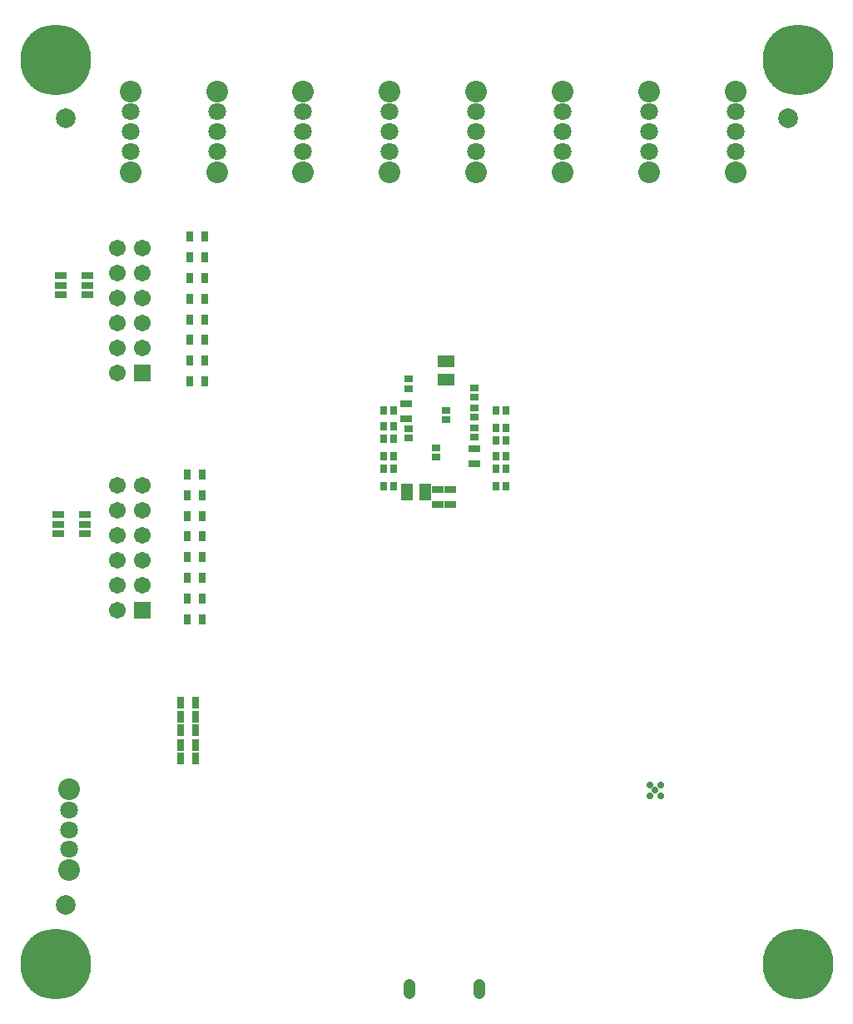
<source format=gbs>
G04*
G04 #@! TF.GenerationSoftware,Altium Limited,Altium Designer,20.2.4 (192)*
G04*
G04 Layer_Color=16711935*
%FSLAX44Y44*%
%MOMM*%
G71*
G04*
G04 #@! TF.SameCoordinates,5C77CFF5-D3CA-48E4-97E0-CB8EAA972895*
G04*
G04*
G04 #@! TF.FilePolarity,Negative*
G04*
G01*
G75*
%ADD17R,1.2032X0.7032*%
%ADD18R,0.7532X1.1032*%
%ADD21R,0.8032X1.2032*%
%ADD22R,1.2532X1.6532*%
%ADD23R,1.2032X0.8032*%
%ADD25C,2.0000*%
%ADD42C,7.2000*%
%ADD43C,1.8032*%
%ADD44O,1.2532X2.0532*%
%ADD45R,1.7032X1.7032*%
%ADD46C,1.7032*%
%ADD47C,0.7032*%
%ADD48C,2.2032*%
%ADD89R,0.8032X0.8432*%
%ADD90R,0.8432X0.8032*%
%ADD91R,1.6532X1.2532*%
D17*
X42839Y496998D02*
D03*
Y487498D02*
D03*
Y477998D02*
D03*
X69839D02*
D03*
Y487498D02*
D03*
Y496998D02*
D03*
X44856Y739998D02*
D03*
Y730498D02*
D03*
Y720998D02*
D03*
X71856D02*
D03*
Y730498D02*
D03*
Y739998D02*
D03*
D18*
X176500Y758917D02*
D03*
X191500D02*
D03*
X191500Y779955D02*
D03*
X176500D02*
D03*
X191500Y716841D02*
D03*
X176500D02*
D03*
X176500Y737879D02*
D03*
X191500D02*
D03*
X174000Y517045D02*
D03*
X189000D02*
D03*
X189000Y538083D02*
D03*
X174000D02*
D03*
X189000Y496007D02*
D03*
X174000D02*
D03*
X174000Y474969D02*
D03*
X189000D02*
D03*
X189000Y453931D02*
D03*
X174000D02*
D03*
X174000Y432893D02*
D03*
X189000D02*
D03*
X189000Y411855D02*
D03*
X174000D02*
D03*
X174000Y390817D02*
D03*
X189000D02*
D03*
X191500Y674764D02*
D03*
X176500D02*
D03*
X176500Y695803D02*
D03*
X191500D02*
D03*
X191500Y632688D02*
D03*
X176500D02*
D03*
X176500Y653726D02*
D03*
X191500D02*
D03*
D21*
X166900Y305998D02*
D03*
X182100D02*
D03*
X166900Y291998D02*
D03*
X182100D02*
D03*
X166900Y277998D02*
D03*
X182100D02*
D03*
Y248998D02*
D03*
X166900D02*
D03*
Y262998D02*
D03*
X182100D02*
D03*
D22*
X415750Y519998D02*
D03*
X397250D02*
D03*
D23*
X441500Y507398D02*
D03*
Y522598D02*
D03*
X429000Y507398D02*
D03*
Y522598D02*
D03*
X396501Y594898D02*
D03*
Y610098D02*
D03*
X466200Y564128D02*
D03*
Y548928D02*
D03*
D25*
X50000Y899998D02*
D03*
X785000D02*
D03*
X50000Y99998D02*
D03*
D42*
X40000Y39998D02*
D03*
X795000Y959998D02*
D03*
X40000D02*
D03*
X795000Y39998D02*
D03*
D43*
X379899Y866728D02*
D03*
Y886728D02*
D03*
Y906728D02*
D03*
X467892Y866728D02*
D03*
Y886728D02*
D03*
Y906728D02*
D03*
X291906Y866728D02*
D03*
Y886728D02*
D03*
Y906728D02*
D03*
X115920Y866728D02*
D03*
Y886728D02*
D03*
Y906728D02*
D03*
X203913Y866728D02*
D03*
Y886728D02*
D03*
Y906728D02*
D03*
X643877Y866728D02*
D03*
Y886728D02*
D03*
Y906728D02*
D03*
X731870Y866728D02*
D03*
Y886728D02*
D03*
Y906728D02*
D03*
X555885Y866728D02*
D03*
Y886728D02*
D03*
Y906728D02*
D03*
X53450Y156798D02*
D03*
Y176798D02*
D03*
Y196798D02*
D03*
D44*
X471250Y14998D02*
D03*
X399751D02*
D03*
D45*
X128228Y399707D02*
D03*
Y641565D02*
D03*
D46*
Y425107D02*
D03*
Y450507D02*
D03*
Y475907D02*
D03*
Y501307D02*
D03*
Y526707D02*
D03*
X102828Y399707D02*
D03*
Y425107D02*
D03*
Y450507D02*
D03*
Y475907D02*
D03*
Y501307D02*
D03*
Y526707D02*
D03*
X128228Y666965D02*
D03*
Y692365D02*
D03*
Y717765D02*
D03*
Y743165D02*
D03*
Y768565D02*
D03*
X102828Y641565D02*
D03*
Y666965D02*
D03*
Y692365D02*
D03*
Y717765D02*
D03*
Y743165D02*
D03*
Y768565D02*
D03*
D47*
X655533Y211198D02*
D03*
X644533D02*
D03*
Y222198D02*
D03*
X655533D02*
D03*
X650033Y216698D02*
D03*
D48*
X379899Y845728D02*
D03*
Y927728D02*
D03*
X467892Y845728D02*
D03*
Y927728D02*
D03*
X291906Y845728D02*
D03*
Y927728D02*
D03*
X115920Y845728D02*
D03*
Y927728D02*
D03*
X203913Y845728D02*
D03*
Y927728D02*
D03*
X643877Y845728D02*
D03*
Y927728D02*
D03*
X731870Y845728D02*
D03*
Y927728D02*
D03*
X555885Y845728D02*
D03*
Y927728D02*
D03*
X53450Y135798D02*
D03*
Y217798D02*
D03*
D89*
X373770Y574308D02*
D03*
X383371D02*
D03*
X383370Y587008D02*
D03*
X373770D02*
D03*
X383370Y603518D02*
D03*
X373770D02*
D03*
X383370Y526048D02*
D03*
X373770D02*
D03*
X383370Y543828D02*
D03*
X373770D02*
D03*
X373770Y556528D02*
D03*
X383371D02*
D03*
X488070Y603518D02*
D03*
X497671D02*
D03*
X497670Y556528D02*
D03*
X488070D02*
D03*
X497670Y573038D02*
D03*
X488070D02*
D03*
X488070Y543828D02*
D03*
X497671D02*
D03*
X488070Y526048D02*
D03*
X497671D02*
D03*
X488070Y585738D02*
D03*
X497671D02*
D03*
D90*
X426830Y555538D02*
D03*
Y565138D02*
D03*
X436990Y603238D02*
D03*
Y593638D02*
D03*
X398890Y584468D02*
D03*
Y574868D02*
D03*
Y634988D02*
D03*
Y625388D02*
D03*
X466200Y626098D02*
D03*
Y616498D02*
D03*
Y605778D02*
D03*
Y596178D02*
D03*
Y585458D02*
D03*
Y575858D02*
D03*
D91*
X436990Y653408D02*
D03*
Y634908D02*
D03*
M02*

</source>
